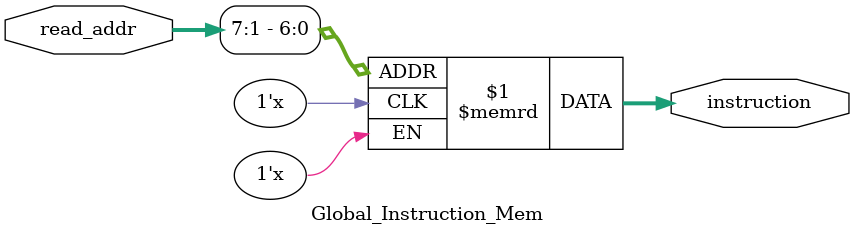
<source format=v>

`timescale 1ns / 1ps

module Global_Instruction_Mem(
    input [PC_WIDTH-1:0] read_addr, // from scheduler (global_pc)
    output [INST_WIDTH-1:0] instruction
    );
    
    parameter PC_WIDTH = 8;
    parameter INST_WIDTH = 16;

    reg [INST_WIDTH-1:0] rom [127:0];  
    
    initial  
    begin


    end

    assign instruction = rom[read_addr[7:1]]; 
endmodule
</source>
